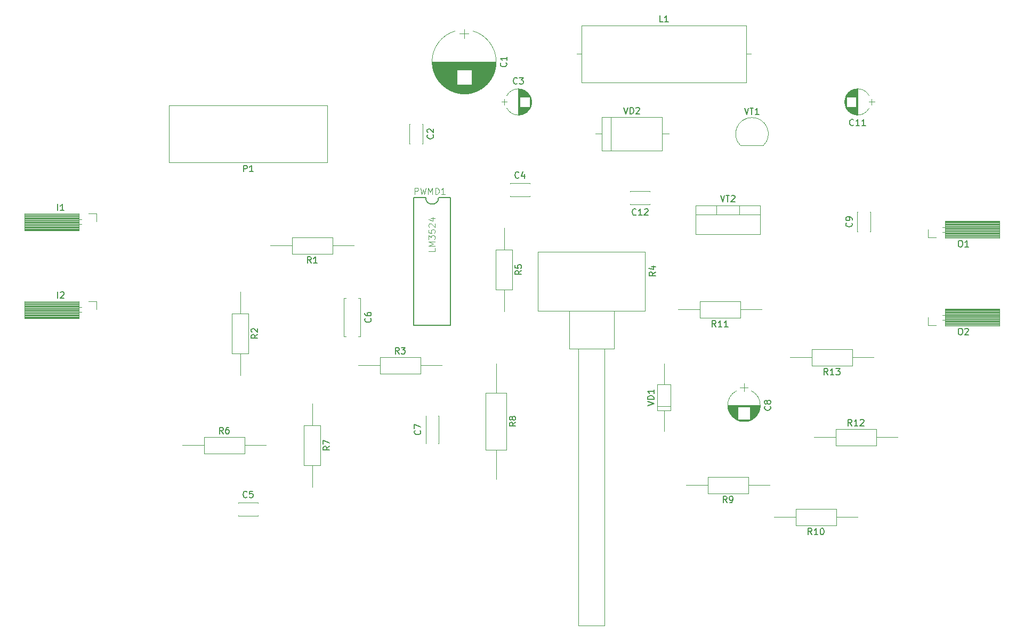
<source format=gbr>
G04 #@! TF.FileFunction,Legend,Top*
%FSLAX46Y46*%
G04 Gerber Fmt 4.6, Leading zero omitted, Abs format (unit mm)*
G04 Created by KiCad (PCBNEW 4.0.7) date 10/05/18 10:25:31*
%MOMM*%
%LPD*%
G01*
G04 APERTURE LIST*
%ADD10C,0.100000*%
%ADD11C,0.120000*%
%ADD12C,0.152400*%
%ADD13C,0.150000*%
%ADD14C,0.050000*%
G04 APERTURE END LIST*
D10*
D11*
X130923264Y-55658437D02*
G75*
G03X130920000Y-45860643I-1383264J4898437D01*
G01*
X128156736Y-55658437D02*
G75*
G02X128160000Y-45860643I1383264J4898437D01*
G01*
X128156736Y-55658437D02*
G75*
G03X130920000Y-55659357I1383264J4898437D01*
G01*
X134590000Y-50760000D02*
X124490000Y-50760000D01*
X134590000Y-50800000D02*
X124490000Y-50800000D01*
X134590000Y-50840000D02*
X124490000Y-50840000D01*
X134589000Y-50880000D02*
X124491000Y-50880000D01*
X134588000Y-50920000D02*
X124492000Y-50920000D01*
X134587000Y-50960000D02*
X124493000Y-50960000D01*
X134585000Y-51000000D02*
X124495000Y-51000000D01*
X134583000Y-51040000D02*
X124497000Y-51040000D01*
X134580000Y-51080000D02*
X124500000Y-51080000D01*
X134578000Y-51120000D02*
X124502000Y-51120000D01*
X134575000Y-51160000D02*
X124505000Y-51160000D01*
X134571000Y-51200000D02*
X124509000Y-51200000D01*
X134568000Y-51240000D02*
X124512000Y-51240000D01*
X134564000Y-51280000D02*
X124516000Y-51280000D01*
X134560000Y-51320000D02*
X124520000Y-51320000D01*
X134555000Y-51360000D02*
X124525000Y-51360000D01*
X134550000Y-51400000D02*
X124530000Y-51400000D01*
X134545000Y-51440000D02*
X124535000Y-51440000D01*
X134539000Y-51481000D02*
X124541000Y-51481000D01*
X134533000Y-51521000D02*
X124547000Y-51521000D01*
X134527000Y-51561000D02*
X124553000Y-51561000D01*
X134521000Y-51601000D02*
X124559000Y-51601000D01*
X134514000Y-51641000D02*
X124566000Y-51641000D01*
X134507000Y-51681000D02*
X124573000Y-51681000D01*
X134499000Y-51721000D02*
X124581000Y-51721000D01*
X134491000Y-51761000D02*
X124589000Y-51761000D01*
X134483000Y-51801000D02*
X124597000Y-51801000D01*
X134475000Y-51841000D02*
X124605000Y-51841000D01*
X134466000Y-51881000D02*
X124614000Y-51881000D01*
X134457000Y-51921000D02*
X124623000Y-51921000D01*
X134447000Y-51961000D02*
X124633000Y-51961000D01*
X134437000Y-52001000D02*
X124643000Y-52001000D01*
X134427000Y-52041000D02*
X124653000Y-52041000D01*
X134416000Y-52081000D02*
X130721000Y-52081000D01*
X128359000Y-52081000D02*
X124664000Y-52081000D01*
X134405000Y-52121000D02*
X130721000Y-52121000D01*
X128359000Y-52121000D02*
X124675000Y-52121000D01*
X134394000Y-52161000D02*
X130721000Y-52161000D01*
X128359000Y-52161000D02*
X124686000Y-52161000D01*
X134383000Y-52201000D02*
X130721000Y-52201000D01*
X128359000Y-52201000D02*
X124697000Y-52201000D01*
X134371000Y-52241000D02*
X130721000Y-52241000D01*
X128359000Y-52241000D02*
X124709000Y-52241000D01*
X134358000Y-52281000D02*
X130721000Y-52281000D01*
X128359000Y-52281000D02*
X124722000Y-52281000D01*
X134346000Y-52321000D02*
X130721000Y-52321000D01*
X128359000Y-52321000D02*
X124734000Y-52321000D01*
X134332000Y-52361000D02*
X130721000Y-52361000D01*
X128359000Y-52361000D02*
X124748000Y-52361000D01*
X134319000Y-52401000D02*
X130721000Y-52401000D01*
X128359000Y-52401000D02*
X124761000Y-52401000D01*
X134305000Y-52441000D02*
X130721000Y-52441000D01*
X128359000Y-52441000D02*
X124775000Y-52441000D01*
X134291000Y-52481000D02*
X130721000Y-52481000D01*
X128359000Y-52481000D02*
X124789000Y-52481000D01*
X134277000Y-52521000D02*
X130721000Y-52521000D01*
X128359000Y-52521000D02*
X124803000Y-52521000D01*
X134262000Y-52561000D02*
X130721000Y-52561000D01*
X128359000Y-52561000D02*
X124818000Y-52561000D01*
X134246000Y-52601000D02*
X130721000Y-52601000D01*
X128359000Y-52601000D02*
X124834000Y-52601000D01*
X134231000Y-52641000D02*
X130721000Y-52641000D01*
X128359000Y-52641000D02*
X124849000Y-52641000D01*
X134214000Y-52681000D02*
X130721000Y-52681000D01*
X128359000Y-52681000D02*
X124866000Y-52681000D01*
X134198000Y-52721000D02*
X130721000Y-52721000D01*
X128359000Y-52721000D02*
X124882000Y-52721000D01*
X134181000Y-52761000D02*
X130721000Y-52761000D01*
X128359000Y-52761000D02*
X124899000Y-52761000D01*
X134164000Y-52801000D02*
X130721000Y-52801000D01*
X128359000Y-52801000D02*
X124916000Y-52801000D01*
X134146000Y-52841000D02*
X130721000Y-52841000D01*
X128359000Y-52841000D02*
X124934000Y-52841000D01*
X134128000Y-52881000D02*
X130721000Y-52881000D01*
X128359000Y-52881000D02*
X124952000Y-52881000D01*
X134109000Y-52921000D02*
X130721000Y-52921000D01*
X128359000Y-52921000D02*
X124971000Y-52921000D01*
X134090000Y-52961000D02*
X130721000Y-52961000D01*
X128359000Y-52961000D02*
X124990000Y-52961000D01*
X134071000Y-53001000D02*
X130721000Y-53001000D01*
X128359000Y-53001000D02*
X125009000Y-53001000D01*
X134051000Y-53041000D02*
X130721000Y-53041000D01*
X128359000Y-53041000D02*
X125029000Y-53041000D01*
X134031000Y-53081000D02*
X130721000Y-53081000D01*
X128359000Y-53081000D02*
X125049000Y-53081000D01*
X134010000Y-53121000D02*
X130721000Y-53121000D01*
X128359000Y-53121000D02*
X125070000Y-53121000D01*
X133989000Y-53161000D02*
X130721000Y-53161000D01*
X128359000Y-53161000D02*
X125091000Y-53161000D01*
X133968000Y-53201000D02*
X130721000Y-53201000D01*
X128359000Y-53201000D02*
X125112000Y-53201000D01*
X133945000Y-53241000D02*
X130721000Y-53241000D01*
X128359000Y-53241000D02*
X125135000Y-53241000D01*
X133923000Y-53281000D02*
X130721000Y-53281000D01*
X128359000Y-53281000D02*
X125157000Y-53281000D01*
X133900000Y-53321000D02*
X130721000Y-53321000D01*
X128359000Y-53321000D02*
X125180000Y-53321000D01*
X133876000Y-53361000D02*
X130721000Y-53361000D01*
X128359000Y-53361000D02*
X125204000Y-53361000D01*
X133852000Y-53401000D02*
X130721000Y-53401000D01*
X128359000Y-53401000D02*
X125228000Y-53401000D01*
X133828000Y-53441000D02*
X130721000Y-53441000D01*
X128359000Y-53441000D02*
X125252000Y-53441000D01*
X133803000Y-53481000D02*
X130721000Y-53481000D01*
X128359000Y-53481000D02*
X125277000Y-53481000D01*
X133777000Y-53521000D02*
X130721000Y-53521000D01*
X128359000Y-53521000D02*
X125303000Y-53521000D01*
X133751000Y-53561000D02*
X130721000Y-53561000D01*
X128359000Y-53561000D02*
X125329000Y-53561000D01*
X133725000Y-53601000D02*
X130721000Y-53601000D01*
X128359000Y-53601000D02*
X125355000Y-53601000D01*
X133697000Y-53641000D02*
X130721000Y-53641000D01*
X128359000Y-53641000D02*
X125383000Y-53641000D01*
X133670000Y-53681000D02*
X130721000Y-53681000D01*
X128359000Y-53681000D02*
X125410000Y-53681000D01*
X133641000Y-53721000D02*
X130721000Y-53721000D01*
X128359000Y-53721000D02*
X125439000Y-53721000D01*
X133612000Y-53761000D02*
X130721000Y-53761000D01*
X128359000Y-53761000D02*
X125468000Y-53761000D01*
X133583000Y-53801000D02*
X130721000Y-53801000D01*
X128359000Y-53801000D02*
X125497000Y-53801000D01*
X133553000Y-53841000D02*
X130721000Y-53841000D01*
X128359000Y-53841000D02*
X125527000Y-53841000D01*
X133522000Y-53881000D02*
X130721000Y-53881000D01*
X128359000Y-53881000D02*
X125558000Y-53881000D01*
X133491000Y-53921000D02*
X130721000Y-53921000D01*
X128359000Y-53921000D02*
X125589000Y-53921000D01*
X133459000Y-53961000D02*
X130721000Y-53961000D01*
X128359000Y-53961000D02*
X125621000Y-53961000D01*
X133426000Y-54001000D02*
X130721000Y-54001000D01*
X128359000Y-54001000D02*
X125654000Y-54001000D01*
X133393000Y-54041000D02*
X130721000Y-54041000D01*
X128359000Y-54041000D02*
X125687000Y-54041000D01*
X133359000Y-54081000D02*
X130721000Y-54081000D01*
X128359000Y-54081000D02*
X125721000Y-54081000D01*
X133324000Y-54121000D02*
X130721000Y-54121000D01*
X128359000Y-54121000D02*
X125756000Y-54121000D01*
X133288000Y-54161000D02*
X130721000Y-54161000D01*
X128359000Y-54161000D02*
X125792000Y-54161000D01*
X133252000Y-54201000D02*
X130721000Y-54201000D01*
X128359000Y-54201000D02*
X125828000Y-54201000D01*
X133215000Y-54241000D02*
X130721000Y-54241000D01*
X128359000Y-54241000D02*
X125865000Y-54241000D01*
X133177000Y-54281000D02*
X130721000Y-54281000D01*
X128359000Y-54281000D02*
X125903000Y-54281000D01*
X133138000Y-54321000D02*
X130721000Y-54321000D01*
X128359000Y-54321000D02*
X125942000Y-54321000D01*
X133099000Y-54361000D02*
X130721000Y-54361000D01*
X128359000Y-54361000D02*
X125981000Y-54361000D01*
X133058000Y-54401000D02*
X130721000Y-54401000D01*
X128359000Y-54401000D02*
X126022000Y-54401000D01*
X133017000Y-54441000D02*
X126063000Y-54441000D01*
X132975000Y-54481000D02*
X126105000Y-54481000D01*
X132931000Y-54521000D02*
X126149000Y-54521000D01*
X132887000Y-54561000D02*
X126193000Y-54561000D01*
X132842000Y-54601000D02*
X126238000Y-54601000D01*
X132795000Y-54641000D02*
X126285000Y-54641000D01*
X132747000Y-54681000D02*
X126333000Y-54681000D01*
X132698000Y-54721000D02*
X126382000Y-54721000D01*
X132648000Y-54761000D02*
X126432000Y-54761000D01*
X132597000Y-54801000D02*
X126483000Y-54801000D01*
X132544000Y-54841000D02*
X126536000Y-54841000D01*
X132489000Y-54881000D02*
X126591000Y-54881000D01*
X132434000Y-54921000D02*
X126646000Y-54921000D01*
X132376000Y-54961000D02*
X126704000Y-54961000D01*
X132317000Y-55001000D02*
X126763000Y-55001000D01*
X132255000Y-55041000D02*
X126825000Y-55041000D01*
X132192000Y-55081000D02*
X126888000Y-55081000D01*
X132127000Y-55121000D02*
X126953000Y-55121000D01*
X132059000Y-55161000D02*
X127021000Y-55161000D01*
X131989000Y-55201000D02*
X127091000Y-55201000D01*
X131917000Y-55241000D02*
X127163000Y-55241000D01*
X131841000Y-55281000D02*
X127239000Y-55281000D01*
X131762000Y-55321000D02*
X127318000Y-55321000D01*
X131680000Y-55361000D02*
X127400000Y-55361000D01*
X131593000Y-55401000D02*
X127487000Y-55401000D01*
X131502000Y-55441000D02*
X127578000Y-55441000D01*
X131406000Y-55481000D02*
X127674000Y-55481000D01*
X131303000Y-55521000D02*
X127777000Y-55521000D01*
X131194000Y-55561000D02*
X127886000Y-55561000D01*
X131076000Y-55601000D02*
X128004000Y-55601000D01*
X130947000Y-55641000D02*
X128133000Y-55641000D01*
X130805000Y-55681000D02*
X128275000Y-55681000D01*
X130644000Y-55721000D02*
X128436000Y-55721000D01*
X130453000Y-55761000D02*
X128627000Y-55761000D01*
X130212000Y-55801000D02*
X128868000Y-55801000D01*
X129819000Y-55841000D02*
X129261000Y-55841000D01*
X129540000Y-45560000D02*
X129540000Y-47060000D01*
X130290000Y-46310000D02*
X128790000Y-46310000D01*
X122980000Y-60650000D02*
X122980000Y-63770000D01*
X120860000Y-60650000D02*
X120860000Y-63770000D01*
X122980000Y-60650000D02*
X122916000Y-60650000D01*
X120924000Y-60650000D02*
X120860000Y-60650000D01*
X122980000Y-63770000D02*
X122916000Y-63770000D01*
X120924000Y-63770000D02*
X120860000Y-63770000D01*
X140006436Y-56170830D02*
G75*
G03X136314004Y-56170000I-1846436J-979170D01*
G01*
X140006436Y-58129170D02*
G75*
G02X136314004Y-58130000I-1846436J979170D01*
G01*
X140006436Y-58129170D02*
G75*
G03X140005996Y-56170000I-1846436J979170D01*
G01*
X138160000Y-55100000D02*
X138160000Y-59200000D01*
X138200000Y-55100000D02*
X138200000Y-59200000D01*
X138240000Y-55101000D02*
X138240000Y-59199000D01*
X138280000Y-55103000D02*
X138280000Y-59197000D01*
X138320000Y-55106000D02*
X138320000Y-59194000D01*
X138360000Y-55109000D02*
X138360000Y-59191000D01*
X138400000Y-55113000D02*
X138400000Y-56370000D01*
X138400000Y-57930000D02*
X138400000Y-59187000D01*
X138440000Y-55118000D02*
X138440000Y-56370000D01*
X138440000Y-57930000D02*
X138440000Y-59182000D01*
X138480000Y-55124000D02*
X138480000Y-56370000D01*
X138480000Y-57930000D02*
X138480000Y-59176000D01*
X138520000Y-55131000D02*
X138520000Y-56370000D01*
X138520000Y-57930000D02*
X138520000Y-59169000D01*
X138560000Y-55138000D02*
X138560000Y-56370000D01*
X138560000Y-57930000D02*
X138560000Y-59162000D01*
X138600000Y-55146000D02*
X138600000Y-56370000D01*
X138600000Y-57930000D02*
X138600000Y-59154000D01*
X138640000Y-55155000D02*
X138640000Y-56370000D01*
X138640000Y-57930000D02*
X138640000Y-59145000D01*
X138680000Y-55165000D02*
X138680000Y-56370000D01*
X138680000Y-57930000D02*
X138680000Y-59135000D01*
X138720000Y-55176000D02*
X138720000Y-56370000D01*
X138720000Y-57930000D02*
X138720000Y-59124000D01*
X138760000Y-55187000D02*
X138760000Y-56370000D01*
X138760000Y-57930000D02*
X138760000Y-59113000D01*
X138800000Y-55200000D02*
X138800000Y-56370000D01*
X138800000Y-57930000D02*
X138800000Y-59100000D01*
X138840000Y-55213000D02*
X138840000Y-56370000D01*
X138840000Y-57930000D02*
X138840000Y-59087000D01*
X138881000Y-55227000D02*
X138881000Y-56370000D01*
X138881000Y-57930000D02*
X138881000Y-59073000D01*
X138921000Y-55243000D02*
X138921000Y-56370000D01*
X138921000Y-57930000D02*
X138921000Y-59057000D01*
X138961000Y-55259000D02*
X138961000Y-56370000D01*
X138961000Y-57930000D02*
X138961000Y-59041000D01*
X139001000Y-55276000D02*
X139001000Y-56370000D01*
X139001000Y-57930000D02*
X139001000Y-59024000D01*
X139041000Y-55294000D02*
X139041000Y-56370000D01*
X139041000Y-57930000D02*
X139041000Y-59006000D01*
X139081000Y-55313000D02*
X139081000Y-56370000D01*
X139081000Y-57930000D02*
X139081000Y-58987000D01*
X139121000Y-55333000D02*
X139121000Y-56370000D01*
X139121000Y-57930000D02*
X139121000Y-58967000D01*
X139161000Y-55354000D02*
X139161000Y-56370000D01*
X139161000Y-57930000D02*
X139161000Y-58946000D01*
X139201000Y-55377000D02*
X139201000Y-56370000D01*
X139201000Y-57930000D02*
X139201000Y-58923000D01*
X139241000Y-55400000D02*
X139241000Y-56370000D01*
X139241000Y-57930000D02*
X139241000Y-58900000D01*
X139281000Y-55425000D02*
X139281000Y-56370000D01*
X139281000Y-57930000D02*
X139281000Y-58875000D01*
X139321000Y-55451000D02*
X139321000Y-56370000D01*
X139321000Y-57930000D02*
X139321000Y-58849000D01*
X139361000Y-55478000D02*
X139361000Y-56370000D01*
X139361000Y-57930000D02*
X139361000Y-58822000D01*
X139401000Y-55507000D02*
X139401000Y-56370000D01*
X139401000Y-57930000D02*
X139401000Y-58793000D01*
X139441000Y-55537000D02*
X139441000Y-56370000D01*
X139441000Y-57930000D02*
X139441000Y-58763000D01*
X139481000Y-55569000D02*
X139481000Y-56370000D01*
X139481000Y-57930000D02*
X139481000Y-58731000D01*
X139521000Y-55603000D02*
X139521000Y-56370000D01*
X139521000Y-57930000D02*
X139521000Y-58697000D01*
X139561000Y-55638000D02*
X139561000Y-56370000D01*
X139561000Y-57930000D02*
X139561000Y-58662000D01*
X139601000Y-55675000D02*
X139601000Y-56370000D01*
X139601000Y-57930000D02*
X139601000Y-58625000D01*
X139641000Y-55714000D02*
X139641000Y-56370000D01*
X139641000Y-57930000D02*
X139641000Y-58586000D01*
X139681000Y-55755000D02*
X139681000Y-56370000D01*
X139681000Y-57930000D02*
X139681000Y-58545000D01*
X139721000Y-55799000D02*
X139721000Y-56370000D01*
X139721000Y-57930000D02*
X139721000Y-58501000D01*
X139761000Y-55845000D02*
X139761000Y-56370000D01*
X139761000Y-57930000D02*
X139761000Y-58455000D01*
X139801000Y-55894000D02*
X139801000Y-56370000D01*
X139801000Y-57930000D02*
X139801000Y-58406000D01*
X139841000Y-55946000D02*
X139841000Y-56370000D01*
X139841000Y-57930000D02*
X139841000Y-58354000D01*
X139881000Y-56002000D02*
X139881000Y-56370000D01*
X139881000Y-57930000D02*
X139881000Y-58298000D01*
X139921000Y-56062000D02*
X139921000Y-56370000D01*
X139921000Y-57930000D02*
X139921000Y-58238000D01*
X139961000Y-56127000D02*
X139961000Y-58173000D01*
X140001000Y-56198000D02*
X140001000Y-58102000D01*
X140041000Y-56276000D02*
X140041000Y-58024000D01*
X140081000Y-56364000D02*
X140081000Y-57936000D01*
X140121000Y-56464000D02*
X140121000Y-57836000D01*
X140161000Y-56583000D02*
X140161000Y-57717000D01*
X140201000Y-56735000D02*
X140201000Y-57565000D01*
X140241000Y-56985000D02*
X140241000Y-57315000D01*
X135460000Y-57150000D02*
X136360000Y-57150000D01*
X135910000Y-56700000D02*
X135910000Y-57600000D01*
X136850000Y-70060000D02*
X139970000Y-70060000D01*
X136850000Y-72180000D02*
X139970000Y-72180000D01*
X136850000Y-70060000D02*
X136850000Y-70124000D01*
X136850000Y-72116000D02*
X136850000Y-72180000D01*
X139970000Y-70060000D02*
X139970000Y-70124000D01*
X139970000Y-72116000D02*
X139970000Y-72180000D01*
X93670000Y-120860000D02*
X96790000Y-120860000D01*
X93670000Y-122980000D02*
X96790000Y-122980000D01*
X93670000Y-120860000D02*
X93670000Y-120924000D01*
X93670000Y-122916000D02*
X93670000Y-122980000D01*
X96790000Y-120860000D02*
X96790000Y-120924000D01*
X96790000Y-122916000D02*
X96790000Y-122980000D01*
X113070000Y-88340000D02*
X113070000Y-94460000D01*
X110450000Y-88340000D02*
X110450000Y-94460000D01*
X113070000Y-88340000D02*
X112756000Y-88340000D01*
X110764000Y-88340000D02*
X110450000Y-88340000D01*
X113070000Y-94460000D02*
X112756000Y-94460000D01*
X110764000Y-94460000D02*
X110450000Y-94460000D01*
X123450000Y-111470000D02*
X123450000Y-107050000D01*
X125470000Y-111470000D02*
X125470000Y-107050000D01*
X123450000Y-111470000D02*
X123464000Y-111470000D01*
X125456000Y-111470000D02*
X125470000Y-111470000D01*
X123450000Y-107050000D02*
X123464000Y-107050000D01*
X125456000Y-107050000D02*
X125470000Y-107050000D01*
X175169723Y-107695722D02*
G75*
G03X175170000Y-103084420I-1179723J2305722D01*
G01*
X172810277Y-107695722D02*
G75*
G02X172810000Y-103084420I1179723J2305722D01*
G01*
X172810277Y-107695722D02*
G75*
G03X175170000Y-107695580I1179723J2305722D01*
G01*
X176540000Y-105390000D02*
X171440000Y-105390000D01*
X176540000Y-105430000D02*
X171440000Y-105430000D01*
X176539000Y-105470000D02*
X171441000Y-105470000D01*
X176538000Y-105510000D02*
X171442000Y-105510000D01*
X176536000Y-105550000D02*
X171444000Y-105550000D01*
X176533000Y-105590000D02*
X171447000Y-105590000D01*
X176529000Y-105630000D02*
X171451000Y-105630000D01*
X176525000Y-105670000D02*
X174970000Y-105670000D01*
X173010000Y-105670000D02*
X171455000Y-105670000D01*
X176521000Y-105710000D02*
X174970000Y-105710000D01*
X173010000Y-105710000D02*
X171459000Y-105710000D01*
X176515000Y-105750000D02*
X174970000Y-105750000D01*
X173010000Y-105750000D02*
X171465000Y-105750000D01*
X176509000Y-105790000D02*
X174970000Y-105790000D01*
X173010000Y-105790000D02*
X171471000Y-105790000D01*
X176503000Y-105830000D02*
X174970000Y-105830000D01*
X173010000Y-105830000D02*
X171477000Y-105830000D01*
X176496000Y-105870000D02*
X174970000Y-105870000D01*
X173010000Y-105870000D02*
X171484000Y-105870000D01*
X176488000Y-105910000D02*
X174970000Y-105910000D01*
X173010000Y-105910000D02*
X171492000Y-105910000D01*
X176479000Y-105950000D02*
X174970000Y-105950000D01*
X173010000Y-105950000D02*
X171501000Y-105950000D01*
X176470000Y-105990000D02*
X174970000Y-105990000D01*
X173010000Y-105990000D02*
X171510000Y-105990000D01*
X176460000Y-106030000D02*
X174970000Y-106030000D01*
X173010000Y-106030000D02*
X171520000Y-106030000D01*
X176450000Y-106070000D02*
X174970000Y-106070000D01*
X173010000Y-106070000D02*
X171530000Y-106070000D01*
X176438000Y-106111000D02*
X174970000Y-106111000D01*
X173010000Y-106111000D02*
X171542000Y-106111000D01*
X176426000Y-106151000D02*
X174970000Y-106151000D01*
X173010000Y-106151000D02*
X171554000Y-106151000D01*
X176414000Y-106191000D02*
X174970000Y-106191000D01*
X173010000Y-106191000D02*
X171566000Y-106191000D01*
X176400000Y-106231000D02*
X174970000Y-106231000D01*
X173010000Y-106231000D02*
X171580000Y-106231000D01*
X176386000Y-106271000D02*
X174970000Y-106271000D01*
X173010000Y-106271000D02*
X171594000Y-106271000D01*
X176372000Y-106311000D02*
X174970000Y-106311000D01*
X173010000Y-106311000D02*
X171608000Y-106311000D01*
X176356000Y-106351000D02*
X174970000Y-106351000D01*
X173010000Y-106351000D02*
X171624000Y-106351000D01*
X176340000Y-106391000D02*
X174970000Y-106391000D01*
X173010000Y-106391000D02*
X171640000Y-106391000D01*
X176323000Y-106431000D02*
X174970000Y-106431000D01*
X173010000Y-106431000D02*
X171657000Y-106431000D01*
X176305000Y-106471000D02*
X174970000Y-106471000D01*
X173010000Y-106471000D02*
X171675000Y-106471000D01*
X176286000Y-106511000D02*
X174970000Y-106511000D01*
X173010000Y-106511000D02*
X171694000Y-106511000D01*
X176266000Y-106551000D02*
X174970000Y-106551000D01*
X173010000Y-106551000D02*
X171714000Y-106551000D01*
X176246000Y-106591000D02*
X174970000Y-106591000D01*
X173010000Y-106591000D02*
X171734000Y-106591000D01*
X176224000Y-106631000D02*
X174970000Y-106631000D01*
X173010000Y-106631000D02*
X171756000Y-106631000D01*
X176202000Y-106671000D02*
X174970000Y-106671000D01*
X173010000Y-106671000D02*
X171778000Y-106671000D01*
X176179000Y-106711000D02*
X174970000Y-106711000D01*
X173010000Y-106711000D02*
X171801000Y-106711000D01*
X176155000Y-106751000D02*
X174970000Y-106751000D01*
X173010000Y-106751000D02*
X171825000Y-106751000D01*
X176130000Y-106791000D02*
X174970000Y-106791000D01*
X173010000Y-106791000D02*
X171850000Y-106791000D01*
X176103000Y-106831000D02*
X174970000Y-106831000D01*
X173010000Y-106831000D02*
X171877000Y-106831000D01*
X176076000Y-106871000D02*
X174970000Y-106871000D01*
X173010000Y-106871000D02*
X171904000Y-106871000D01*
X176048000Y-106911000D02*
X174970000Y-106911000D01*
X173010000Y-106911000D02*
X171932000Y-106911000D01*
X176018000Y-106951000D02*
X174970000Y-106951000D01*
X173010000Y-106951000D02*
X171962000Y-106951000D01*
X175987000Y-106991000D02*
X174970000Y-106991000D01*
X173010000Y-106991000D02*
X171993000Y-106991000D01*
X175955000Y-107031000D02*
X174970000Y-107031000D01*
X173010000Y-107031000D02*
X172025000Y-107031000D01*
X175922000Y-107071000D02*
X174970000Y-107071000D01*
X173010000Y-107071000D02*
X172058000Y-107071000D01*
X175887000Y-107111000D02*
X174970000Y-107111000D01*
X173010000Y-107111000D02*
X172093000Y-107111000D01*
X175851000Y-107151000D02*
X174970000Y-107151000D01*
X173010000Y-107151000D02*
X172129000Y-107151000D01*
X175813000Y-107191000D02*
X174970000Y-107191000D01*
X173010000Y-107191000D02*
X172167000Y-107191000D01*
X175773000Y-107231000D02*
X174970000Y-107231000D01*
X173010000Y-107231000D02*
X172207000Y-107231000D01*
X175732000Y-107271000D02*
X174970000Y-107271000D01*
X173010000Y-107271000D02*
X172248000Y-107271000D01*
X175689000Y-107311000D02*
X174970000Y-107311000D01*
X173010000Y-107311000D02*
X172291000Y-107311000D01*
X175644000Y-107351000D02*
X174970000Y-107351000D01*
X173010000Y-107351000D02*
X172336000Y-107351000D01*
X175596000Y-107391000D02*
X174970000Y-107391000D01*
X173010000Y-107391000D02*
X172384000Y-107391000D01*
X175546000Y-107431000D02*
X174970000Y-107431000D01*
X173010000Y-107431000D02*
X172434000Y-107431000D01*
X175494000Y-107471000D02*
X174970000Y-107471000D01*
X173010000Y-107471000D02*
X172486000Y-107471000D01*
X175438000Y-107511000D02*
X174970000Y-107511000D01*
X173010000Y-107511000D02*
X172542000Y-107511000D01*
X175380000Y-107551000D02*
X174970000Y-107551000D01*
X173010000Y-107551000D02*
X172600000Y-107551000D01*
X175317000Y-107591000D02*
X174970000Y-107591000D01*
X173010000Y-107591000D02*
X172663000Y-107591000D01*
X175251000Y-107631000D02*
X172729000Y-107631000D01*
X175179000Y-107671000D02*
X172801000Y-107671000D01*
X175102000Y-107711000D02*
X172878000Y-107711000D01*
X175018000Y-107751000D02*
X172962000Y-107751000D01*
X174924000Y-107791000D02*
X173056000Y-107791000D01*
X174819000Y-107831000D02*
X173161000Y-107831000D01*
X174697000Y-107871000D02*
X173283000Y-107871000D01*
X174549000Y-107911000D02*
X173431000Y-107911000D01*
X174344000Y-107951000D02*
X173636000Y-107951000D01*
X173990000Y-101940000D02*
X173990000Y-103140000D01*
X174640000Y-102540000D02*
X173340000Y-102540000D01*
X191980000Y-77780000D02*
X191980000Y-74660000D01*
X194100000Y-77780000D02*
X194100000Y-74660000D01*
X191980000Y-77780000D02*
X192044000Y-77780000D01*
X194036000Y-77780000D02*
X194100000Y-77780000D01*
X191980000Y-74660000D02*
X192044000Y-74660000D01*
X194036000Y-74660000D02*
X194100000Y-74660000D01*
X190193564Y-58129170D02*
G75*
G03X193885996Y-58130000I1846436J979170D01*
G01*
X190193564Y-56170830D02*
G75*
G02X193885996Y-56170000I1846436J-979170D01*
G01*
X190193564Y-56170830D02*
G75*
G03X190194004Y-58130000I1846436J-979170D01*
G01*
X192040000Y-59200000D02*
X192040000Y-55100000D01*
X192000000Y-59200000D02*
X192000000Y-55100000D01*
X191960000Y-59199000D02*
X191960000Y-55101000D01*
X191920000Y-59197000D02*
X191920000Y-55103000D01*
X191880000Y-59194000D02*
X191880000Y-55106000D01*
X191840000Y-59191000D02*
X191840000Y-55109000D01*
X191800000Y-59187000D02*
X191800000Y-57930000D01*
X191800000Y-56370000D02*
X191800000Y-55113000D01*
X191760000Y-59182000D02*
X191760000Y-57930000D01*
X191760000Y-56370000D02*
X191760000Y-55118000D01*
X191720000Y-59176000D02*
X191720000Y-57930000D01*
X191720000Y-56370000D02*
X191720000Y-55124000D01*
X191680000Y-59169000D02*
X191680000Y-57930000D01*
X191680000Y-56370000D02*
X191680000Y-55131000D01*
X191640000Y-59162000D02*
X191640000Y-57930000D01*
X191640000Y-56370000D02*
X191640000Y-55138000D01*
X191600000Y-59154000D02*
X191600000Y-57930000D01*
X191600000Y-56370000D02*
X191600000Y-55146000D01*
X191560000Y-59145000D02*
X191560000Y-57930000D01*
X191560000Y-56370000D02*
X191560000Y-55155000D01*
X191520000Y-59135000D02*
X191520000Y-57930000D01*
X191520000Y-56370000D02*
X191520000Y-55165000D01*
X191480000Y-59124000D02*
X191480000Y-57930000D01*
X191480000Y-56370000D02*
X191480000Y-55176000D01*
X191440000Y-59113000D02*
X191440000Y-57930000D01*
X191440000Y-56370000D02*
X191440000Y-55187000D01*
X191400000Y-59100000D02*
X191400000Y-57930000D01*
X191400000Y-56370000D02*
X191400000Y-55200000D01*
X191360000Y-59087000D02*
X191360000Y-57930000D01*
X191360000Y-56370000D02*
X191360000Y-55213000D01*
X191319000Y-59073000D02*
X191319000Y-57930000D01*
X191319000Y-56370000D02*
X191319000Y-55227000D01*
X191279000Y-59057000D02*
X191279000Y-57930000D01*
X191279000Y-56370000D02*
X191279000Y-55243000D01*
X191239000Y-59041000D02*
X191239000Y-57930000D01*
X191239000Y-56370000D02*
X191239000Y-55259000D01*
X191199000Y-59024000D02*
X191199000Y-57930000D01*
X191199000Y-56370000D02*
X191199000Y-55276000D01*
X191159000Y-59006000D02*
X191159000Y-57930000D01*
X191159000Y-56370000D02*
X191159000Y-55294000D01*
X191119000Y-58987000D02*
X191119000Y-57930000D01*
X191119000Y-56370000D02*
X191119000Y-55313000D01*
X191079000Y-58967000D02*
X191079000Y-57930000D01*
X191079000Y-56370000D02*
X191079000Y-55333000D01*
X191039000Y-58946000D02*
X191039000Y-57930000D01*
X191039000Y-56370000D02*
X191039000Y-55354000D01*
X190999000Y-58923000D02*
X190999000Y-57930000D01*
X190999000Y-56370000D02*
X190999000Y-55377000D01*
X190959000Y-58900000D02*
X190959000Y-57930000D01*
X190959000Y-56370000D02*
X190959000Y-55400000D01*
X190919000Y-58875000D02*
X190919000Y-57930000D01*
X190919000Y-56370000D02*
X190919000Y-55425000D01*
X190879000Y-58849000D02*
X190879000Y-57930000D01*
X190879000Y-56370000D02*
X190879000Y-55451000D01*
X190839000Y-58822000D02*
X190839000Y-57930000D01*
X190839000Y-56370000D02*
X190839000Y-55478000D01*
X190799000Y-58793000D02*
X190799000Y-57930000D01*
X190799000Y-56370000D02*
X190799000Y-55507000D01*
X190759000Y-58763000D02*
X190759000Y-57930000D01*
X190759000Y-56370000D02*
X190759000Y-55537000D01*
X190719000Y-58731000D02*
X190719000Y-57930000D01*
X190719000Y-56370000D02*
X190719000Y-55569000D01*
X190679000Y-58697000D02*
X190679000Y-57930000D01*
X190679000Y-56370000D02*
X190679000Y-55603000D01*
X190639000Y-58662000D02*
X190639000Y-57930000D01*
X190639000Y-56370000D02*
X190639000Y-55638000D01*
X190599000Y-58625000D02*
X190599000Y-57930000D01*
X190599000Y-56370000D02*
X190599000Y-55675000D01*
X190559000Y-58586000D02*
X190559000Y-57930000D01*
X190559000Y-56370000D02*
X190559000Y-55714000D01*
X190519000Y-58545000D02*
X190519000Y-57930000D01*
X190519000Y-56370000D02*
X190519000Y-55755000D01*
X190479000Y-58501000D02*
X190479000Y-57930000D01*
X190479000Y-56370000D02*
X190479000Y-55799000D01*
X190439000Y-58455000D02*
X190439000Y-57930000D01*
X190439000Y-56370000D02*
X190439000Y-55845000D01*
X190399000Y-58406000D02*
X190399000Y-57930000D01*
X190399000Y-56370000D02*
X190399000Y-55894000D01*
X190359000Y-58354000D02*
X190359000Y-57930000D01*
X190359000Y-56370000D02*
X190359000Y-55946000D01*
X190319000Y-58298000D02*
X190319000Y-57930000D01*
X190319000Y-56370000D02*
X190319000Y-56002000D01*
X190279000Y-58238000D02*
X190279000Y-57930000D01*
X190279000Y-56370000D02*
X190279000Y-56062000D01*
X190239000Y-58173000D02*
X190239000Y-56127000D01*
X190199000Y-58102000D02*
X190199000Y-56198000D01*
X190159000Y-58024000D02*
X190159000Y-56276000D01*
X190119000Y-57936000D02*
X190119000Y-56364000D01*
X190079000Y-57836000D02*
X190079000Y-56464000D01*
X190039000Y-57717000D02*
X190039000Y-56583000D01*
X189999000Y-57565000D02*
X189999000Y-56735000D01*
X189959000Y-57315000D02*
X189959000Y-56985000D01*
X194740000Y-57150000D02*
X193840000Y-57150000D01*
X194290000Y-57600000D02*
X194290000Y-56700000D01*
X159060000Y-73450000D02*
X155940000Y-73450000D01*
X159060000Y-71330000D02*
X155940000Y-71330000D01*
X159060000Y-73450000D02*
X159060000Y-73386000D01*
X159060000Y-71394000D02*
X159060000Y-71330000D01*
X155940000Y-73450000D02*
X155940000Y-73386000D01*
X155940000Y-71394000D02*
X155940000Y-71330000D01*
X68390000Y-74870000D02*
X68390000Y-77530000D01*
X68390000Y-77530000D02*
X59760000Y-77530000D01*
X59760000Y-77530000D02*
X59760000Y-74870000D01*
X59760000Y-74870000D02*
X68390000Y-74870000D01*
X68390000Y-74870000D02*
X68390000Y-77470000D01*
X68390000Y-77470000D02*
X59760000Y-77470000D01*
X59760000Y-77470000D02*
X59760000Y-74870000D01*
X59760000Y-74870000D02*
X68390000Y-74870000D01*
X68820000Y-75820000D02*
X68390000Y-75820000D01*
X68820000Y-76580000D02*
X68390000Y-76580000D01*
X68390000Y-75050000D02*
X59760000Y-75050000D01*
X68390000Y-75170000D02*
X59760000Y-75170000D01*
X68390000Y-75290000D02*
X59760000Y-75290000D01*
X68390000Y-75410000D02*
X59760000Y-75410000D01*
X68390000Y-75530000D02*
X59760000Y-75530000D01*
X68390000Y-75650000D02*
X59760000Y-75650000D01*
X68390000Y-75770000D02*
X59760000Y-75770000D01*
X68390000Y-75890000D02*
X59760000Y-75890000D01*
X68390000Y-76010000D02*
X59760000Y-76010000D01*
X68390000Y-76130000D02*
X59760000Y-76130000D01*
X68390000Y-76250000D02*
X59760000Y-76250000D01*
X68390000Y-76370000D02*
X59760000Y-76370000D01*
X68390000Y-76490000D02*
X59760000Y-76490000D01*
X68390000Y-76610000D02*
X59760000Y-76610000D01*
X68390000Y-76730000D02*
X59760000Y-76730000D01*
X68390000Y-76850000D02*
X59760000Y-76850000D01*
X68390000Y-76970000D02*
X59760000Y-76970000D01*
X68390000Y-77090000D02*
X59760000Y-77090000D01*
X68390000Y-77210000D02*
X59760000Y-77210000D01*
X68390000Y-77330000D02*
X59760000Y-77330000D01*
X68390000Y-77450000D02*
X59760000Y-77450000D01*
X68390000Y-77570000D02*
X59760000Y-77570000D01*
X69850000Y-74930000D02*
X71120000Y-74930000D01*
X71120000Y-74930000D02*
X71120000Y-76200000D01*
X68390000Y-88840000D02*
X68390000Y-91500000D01*
X68390000Y-91500000D02*
X59760000Y-91500000D01*
X59760000Y-91500000D02*
X59760000Y-88840000D01*
X59760000Y-88840000D02*
X68390000Y-88840000D01*
X68390000Y-88840000D02*
X68390000Y-91440000D01*
X68390000Y-91440000D02*
X59760000Y-91440000D01*
X59760000Y-91440000D02*
X59760000Y-88840000D01*
X59760000Y-88840000D02*
X68390000Y-88840000D01*
X68820000Y-89790000D02*
X68390000Y-89790000D01*
X68820000Y-90550000D02*
X68390000Y-90550000D01*
X68390000Y-89020000D02*
X59760000Y-89020000D01*
X68390000Y-89140000D02*
X59760000Y-89140000D01*
X68390000Y-89260000D02*
X59760000Y-89260000D01*
X68390000Y-89380000D02*
X59760000Y-89380000D01*
X68390000Y-89500000D02*
X59760000Y-89500000D01*
X68390000Y-89620000D02*
X59760000Y-89620000D01*
X68390000Y-89740000D02*
X59760000Y-89740000D01*
X68390000Y-89860000D02*
X59760000Y-89860000D01*
X68390000Y-89980000D02*
X59760000Y-89980000D01*
X68390000Y-90100000D02*
X59760000Y-90100000D01*
X68390000Y-90220000D02*
X59760000Y-90220000D01*
X68390000Y-90340000D02*
X59760000Y-90340000D01*
X68390000Y-90460000D02*
X59760000Y-90460000D01*
X68390000Y-90580000D02*
X59760000Y-90580000D01*
X68390000Y-90700000D02*
X59760000Y-90700000D01*
X68390000Y-90820000D02*
X59760000Y-90820000D01*
X68390000Y-90940000D02*
X59760000Y-90940000D01*
X68390000Y-91060000D02*
X59760000Y-91060000D01*
X68390000Y-91180000D02*
X59760000Y-91180000D01*
X68390000Y-91300000D02*
X59760000Y-91300000D01*
X68390000Y-91420000D02*
X59760000Y-91420000D01*
X68390000Y-91540000D02*
X59760000Y-91540000D01*
X69850000Y-88900000D02*
X71120000Y-88900000D01*
X71120000Y-88900000D02*
X71120000Y-90170000D01*
X148230000Y-44970000D02*
X148230000Y-54090000D01*
X148230000Y-54090000D02*
X174350000Y-54090000D01*
X174350000Y-54090000D02*
X174350000Y-44970000D01*
X174350000Y-44970000D02*
X148230000Y-44970000D01*
X147430000Y-49530000D02*
X148230000Y-49530000D01*
X175150000Y-49530000D02*
X174350000Y-49530000D01*
X205930000Y-78800000D02*
X205930000Y-76140000D01*
X205930000Y-76140000D02*
X214560000Y-76140000D01*
X214560000Y-76140000D02*
X214560000Y-78800000D01*
X214560000Y-78800000D02*
X205930000Y-78800000D01*
X205930000Y-78800000D02*
X205930000Y-76200000D01*
X205930000Y-76200000D02*
X214560000Y-76200000D01*
X214560000Y-76200000D02*
X214560000Y-78800000D01*
X214560000Y-78800000D02*
X205930000Y-78800000D01*
X205500000Y-77850000D02*
X205930000Y-77850000D01*
X205500000Y-77090000D02*
X205930000Y-77090000D01*
X205930000Y-78620000D02*
X214560000Y-78620000D01*
X205930000Y-78500000D02*
X214560000Y-78500000D01*
X205930000Y-78380000D02*
X214560000Y-78380000D01*
X205930000Y-78260000D02*
X214560000Y-78260000D01*
X205930000Y-78140000D02*
X214560000Y-78140000D01*
X205930000Y-78020000D02*
X214560000Y-78020000D01*
X205930000Y-77900000D02*
X214560000Y-77900000D01*
X205930000Y-77780000D02*
X214560000Y-77780000D01*
X205930000Y-77660000D02*
X214560000Y-77660000D01*
X205930000Y-77540000D02*
X214560000Y-77540000D01*
X205930000Y-77420000D02*
X214560000Y-77420000D01*
X205930000Y-77300000D02*
X214560000Y-77300000D01*
X205930000Y-77180000D02*
X214560000Y-77180000D01*
X205930000Y-77060000D02*
X214560000Y-77060000D01*
X205930000Y-76940000D02*
X214560000Y-76940000D01*
X205930000Y-76820000D02*
X214560000Y-76820000D01*
X205930000Y-76700000D02*
X214560000Y-76700000D01*
X205930000Y-76580000D02*
X214560000Y-76580000D01*
X205930000Y-76460000D02*
X214560000Y-76460000D01*
X205930000Y-76340000D02*
X214560000Y-76340000D01*
X205930000Y-76220000D02*
X214560000Y-76220000D01*
X205930000Y-76100000D02*
X214560000Y-76100000D01*
X204470000Y-78740000D02*
X203200000Y-78740000D01*
X203200000Y-78740000D02*
X203200000Y-77470000D01*
X205930000Y-92770000D02*
X205930000Y-90110000D01*
X205930000Y-90110000D02*
X214560000Y-90110000D01*
X214560000Y-90110000D02*
X214560000Y-92770000D01*
X214560000Y-92770000D02*
X205930000Y-92770000D01*
X205930000Y-92770000D02*
X205930000Y-90170000D01*
X205930000Y-90170000D02*
X214560000Y-90170000D01*
X214560000Y-90170000D02*
X214560000Y-92770000D01*
X214560000Y-92770000D02*
X205930000Y-92770000D01*
X205500000Y-91820000D02*
X205930000Y-91820000D01*
X205500000Y-91060000D02*
X205930000Y-91060000D01*
X205930000Y-92590000D02*
X214560000Y-92590000D01*
X205930000Y-92470000D02*
X214560000Y-92470000D01*
X205930000Y-92350000D02*
X214560000Y-92350000D01*
X205930000Y-92230000D02*
X214560000Y-92230000D01*
X205930000Y-92110000D02*
X214560000Y-92110000D01*
X205930000Y-91990000D02*
X214560000Y-91990000D01*
X205930000Y-91870000D02*
X214560000Y-91870000D01*
X205930000Y-91750000D02*
X214560000Y-91750000D01*
X205930000Y-91630000D02*
X214560000Y-91630000D01*
X205930000Y-91510000D02*
X214560000Y-91510000D01*
X205930000Y-91390000D02*
X214560000Y-91390000D01*
X205930000Y-91270000D02*
X214560000Y-91270000D01*
X205930000Y-91150000D02*
X214560000Y-91150000D01*
X205930000Y-91030000D02*
X214560000Y-91030000D01*
X205930000Y-90910000D02*
X214560000Y-90910000D01*
X205930000Y-90790000D02*
X214560000Y-90790000D01*
X205930000Y-90670000D02*
X214560000Y-90670000D01*
X205930000Y-90550000D02*
X214560000Y-90550000D01*
X205930000Y-90430000D02*
X214560000Y-90430000D01*
X205930000Y-90310000D02*
X214560000Y-90310000D01*
X205930000Y-90190000D02*
X214560000Y-90190000D01*
X205930000Y-90070000D02*
X214560000Y-90070000D01*
X204470000Y-92710000D02*
X203200000Y-92710000D01*
X203200000Y-92710000D02*
X203200000Y-91440000D01*
X107810000Y-66790000D02*
X107810000Y-57670000D01*
X107810000Y-57670000D02*
X82690000Y-57670000D01*
X82690000Y-57670000D02*
X82690000Y-66790000D01*
X82690000Y-66790000D02*
X107810000Y-66790000D01*
X107840000Y-62230000D02*
X107810000Y-62230000D01*
X82660000Y-62230000D02*
X82690000Y-62230000D01*
D12*
X127381000Y-92710000D02*
X127381000Y-72390000D01*
X121539000Y-72390000D02*
X121539000Y-92710000D01*
X127381000Y-92710000D02*
X121539000Y-92710000D01*
X127381000Y-72390000D02*
X125476000Y-72390000D01*
X121539000Y-72390000D02*
X123444000Y-72390000D01*
X125476000Y-72390000D02*
G75*
G02X123444000Y-72390000I-1016000J0D01*
G01*
D11*
X108620000Y-81320000D02*
X108620000Y-78700000D01*
X108620000Y-78700000D02*
X102200000Y-78700000D01*
X102200000Y-78700000D02*
X102200000Y-81320000D01*
X102200000Y-81320000D02*
X108620000Y-81320000D01*
X112050000Y-80010000D02*
X108620000Y-80010000D01*
X98770000Y-80010000D02*
X102200000Y-80010000D01*
X95290000Y-90770000D02*
X92670000Y-90770000D01*
X92670000Y-90770000D02*
X92670000Y-97190000D01*
X92670000Y-97190000D02*
X95290000Y-97190000D01*
X95290000Y-97190000D02*
X95290000Y-90770000D01*
X93980000Y-87340000D02*
X93980000Y-90770000D01*
X93980000Y-100620000D02*
X93980000Y-97190000D01*
X116170000Y-97750000D02*
X116170000Y-100370000D01*
X116170000Y-100370000D02*
X122590000Y-100370000D01*
X122590000Y-100370000D02*
X122590000Y-97750000D01*
X122590000Y-97750000D02*
X116170000Y-97750000D01*
X112740000Y-99060000D02*
X116170000Y-99060000D01*
X126020000Y-99060000D02*
X122590000Y-99060000D01*
X158290000Y-80969000D02*
X158290000Y-90390000D01*
X141270000Y-80969000D02*
X141270000Y-90390000D01*
X158290000Y-80969000D02*
X141270000Y-80969000D01*
X158290000Y-90390000D02*
X141270000Y-90390000D01*
X153340000Y-90390000D02*
X153340000Y-96390000D01*
X146220000Y-90390000D02*
X146220000Y-96390000D01*
X153340000Y-90390000D02*
X146220000Y-90390000D01*
X153340000Y-96390000D02*
X146220000Y-96390000D01*
X151840000Y-96390000D02*
X151840000Y-140390000D01*
X147720000Y-96390000D02*
X147720000Y-140390000D01*
X151840000Y-96390000D02*
X147720000Y-96390000D01*
X151840000Y-140390000D02*
X147720000Y-140390000D01*
X137200000Y-80610000D02*
X134580000Y-80610000D01*
X134580000Y-80610000D02*
X134580000Y-87030000D01*
X134580000Y-87030000D02*
X137200000Y-87030000D01*
X137200000Y-87030000D02*
X137200000Y-80610000D01*
X135890000Y-77180000D02*
X135890000Y-80610000D01*
X135890000Y-90460000D02*
X135890000Y-87030000D01*
X88230000Y-110450000D02*
X88230000Y-113070000D01*
X88230000Y-113070000D02*
X94650000Y-113070000D01*
X94650000Y-113070000D02*
X94650000Y-110450000D01*
X94650000Y-110450000D02*
X88230000Y-110450000D01*
X84800000Y-111760000D02*
X88230000Y-111760000D01*
X98080000Y-111760000D02*
X94650000Y-111760000D01*
X106720000Y-108550000D02*
X104100000Y-108550000D01*
X104100000Y-108550000D02*
X104100000Y-114970000D01*
X104100000Y-114970000D02*
X106720000Y-114970000D01*
X106720000Y-114970000D02*
X106720000Y-108550000D01*
X105410000Y-105120000D02*
X105410000Y-108550000D01*
X105410000Y-118400000D02*
X105410000Y-114970000D01*
X136280000Y-103390000D02*
X132960000Y-103390000D01*
X132960000Y-103390000D02*
X132960000Y-112510000D01*
X132960000Y-112510000D02*
X136280000Y-112510000D01*
X136280000Y-112510000D02*
X136280000Y-103390000D01*
X134620000Y-98770000D02*
X134620000Y-103390000D01*
X134620000Y-117130000D02*
X134620000Y-112510000D01*
X174660000Y-119420000D02*
X174660000Y-116800000D01*
X174660000Y-116800000D02*
X168240000Y-116800000D01*
X168240000Y-116800000D02*
X168240000Y-119420000D01*
X168240000Y-119420000D02*
X174660000Y-119420000D01*
X178090000Y-118110000D02*
X174660000Y-118110000D01*
X164810000Y-118110000D02*
X168240000Y-118110000D01*
X188630000Y-124500000D02*
X188630000Y-121880000D01*
X188630000Y-121880000D02*
X182210000Y-121880000D01*
X182210000Y-121880000D02*
X182210000Y-124500000D01*
X182210000Y-124500000D02*
X188630000Y-124500000D01*
X192060000Y-123190000D02*
X188630000Y-123190000D01*
X178780000Y-123190000D02*
X182210000Y-123190000D01*
X173390000Y-91480000D02*
X173390000Y-88860000D01*
X173390000Y-88860000D02*
X166970000Y-88860000D01*
X166970000Y-88860000D02*
X166970000Y-91480000D01*
X166970000Y-91480000D02*
X173390000Y-91480000D01*
X176820000Y-90170000D02*
X173390000Y-90170000D01*
X163540000Y-90170000D02*
X166970000Y-90170000D01*
X188560000Y-109180000D02*
X188560000Y-111800000D01*
X188560000Y-111800000D02*
X194980000Y-111800000D01*
X194980000Y-111800000D02*
X194980000Y-109180000D01*
X194980000Y-109180000D02*
X188560000Y-109180000D01*
X185130000Y-110490000D02*
X188560000Y-110490000D01*
X198410000Y-110490000D02*
X194980000Y-110490000D01*
X191170000Y-99100000D02*
X191170000Y-96480000D01*
X191170000Y-96480000D02*
X184750000Y-96480000D01*
X184750000Y-96480000D02*
X184750000Y-99100000D01*
X184750000Y-99100000D02*
X191170000Y-99100000D01*
X194600000Y-97790000D02*
X191170000Y-97790000D01*
X181320000Y-97790000D02*
X184750000Y-97790000D01*
X160230000Y-106200000D02*
X162350000Y-106200000D01*
X162350000Y-106200000D02*
X162350000Y-102080000D01*
X162350000Y-102080000D02*
X160230000Y-102080000D01*
X160230000Y-102080000D02*
X160230000Y-106200000D01*
X161290000Y-109510000D02*
X161290000Y-106200000D01*
X161290000Y-98770000D02*
X161290000Y-102080000D01*
X160230000Y-105540000D02*
X162350000Y-105540000D01*
X151400000Y-59570000D02*
X151400000Y-64890000D01*
X151400000Y-64890000D02*
X161020000Y-64890000D01*
X161020000Y-64890000D02*
X161020000Y-59570000D01*
X161020000Y-59570000D02*
X151400000Y-59570000D01*
X150370000Y-62230000D02*
X151400000Y-62230000D01*
X162050000Y-62230000D02*
X161020000Y-62230000D01*
X152885000Y-59570000D02*
X152885000Y-64890000D01*
X173460000Y-64080000D02*
X177060000Y-64080000D01*
X173421522Y-64068478D02*
G75*
G02X175260000Y-59630000I1838478J1838478D01*
G01*
X177098478Y-64068478D02*
G75*
G03X175260000Y-59630000I-1838478J1838478D01*
G01*
X166330000Y-73580000D02*
X176570000Y-73580000D01*
X166330000Y-78221000D02*
X176570000Y-78221000D01*
X166330000Y-73580000D02*
X166330000Y-78221000D01*
X176570000Y-73580000D02*
X176570000Y-78221000D01*
X166330000Y-75090000D02*
X176570000Y-75090000D01*
X169600000Y-73580000D02*
X169600000Y-75090000D01*
X173301000Y-73580000D02*
X173301000Y-75090000D01*
D13*
X136207143Y-50926666D02*
X136254762Y-50974285D01*
X136302381Y-51117142D01*
X136302381Y-51212380D01*
X136254762Y-51355238D01*
X136159524Y-51450476D01*
X136064286Y-51498095D01*
X135873810Y-51545714D01*
X135730952Y-51545714D01*
X135540476Y-51498095D01*
X135445238Y-51450476D01*
X135350000Y-51355238D01*
X135302381Y-51212380D01*
X135302381Y-51117142D01*
X135350000Y-50974285D01*
X135397619Y-50926666D01*
X136302381Y-49974285D02*
X136302381Y-50545714D01*
X136302381Y-50260000D02*
X135302381Y-50260000D01*
X135445238Y-50355238D01*
X135540476Y-50450476D01*
X135588095Y-50545714D01*
X124587143Y-62376666D02*
X124634762Y-62424285D01*
X124682381Y-62567142D01*
X124682381Y-62662380D01*
X124634762Y-62805238D01*
X124539524Y-62900476D01*
X124444286Y-62948095D01*
X124253810Y-62995714D01*
X124110952Y-62995714D01*
X123920476Y-62948095D01*
X123825238Y-62900476D01*
X123730000Y-62805238D01*
X123682381Y-62662380D01*
X123682381Y-62567142D01*
X123730000Y-62424285D01*
X123777619Y-62376666D01*
X123777619Y-61995714D02*
X123730000Y-61948095D01*
X123682381Y-61852857D01*
X123682381Y-61614761D01*
X123730000Y-61519523D01*
X123777619Y-61471904D01*
X123872857Y-61424285D01*
X123968095Y-61424285D01*
X124110952Y-61471904D01*
X124682381Y-62043333D01*
X124682381Y-61424285D01*
X137993334Y-54197143D02*
X137945715Y-54244762D01*
X137802858Y-54292381D01*
X137707620Y-54292381D01*
X137564762Y-54244762D01*
X137469524Y-54149524D01*
X137421905Y-54054286D01*
X137374286Y-53863810D01*
X137374286Y-53720952D01*
X137421905Y-53530476D01*
X137469524Y-53435238D01*
X137564762Y-53340000D01*
X137707620Y-53292381D01*
X137802858Y-53292381D01*
X137945715Y-53340000D01*
X137993334Y-53387619D01*
X138326667Y-53292381D02*
X138945715Y-53292381D01*
X138612381Y-53673333D01*
X138755239Y-53673333D01*
X138850477Y-53720952D01*
X138898096Y-53768571D01*
X138945715Y-53863810D01*
X138945715Y-54101905D01*
X138898096Y-54197143D01*
X138850477Y-54244762D01*
X138755239Y-54292381D01*
X138469524Y-54292381D01*
X138374286Y-54244762D01*
X138326667Y-54197143D01*
X138243334Y-69167143D02*
X138195715Y-69214762D01*
X138052858Y-69262381D01*
X137957620Y-69262381D01*
X137814762Y-69214762D01*
X137719524Y-69119524D01*
X137671905Y-69024286D01*
X137624286Y-68833810D01*
X137624286Y-68690952D01*
X137671905Y-68500476D01*
X137719524Y-68405238D01*
X137814762Y-68310000D01*
X137957620Y-68262381D01*
X138052858Y-68262381D01*
X138195715Y-68310000D01*
X138243334Y-68357619D01*
X139100477Y-68595714D02*
X139100477Y-69262381D01*
X138862381Y-68214762D02*
X138624286Y-68929048D01*
X139243334Y-68929048D01*
X95063334Y-119967143D02*
X95015715Y-120014762D01*
X94872858Y-120062381D01*
X94777620Y-120062381D01*
X94634762Y-120014762D01*
X94539524Y-119919524D01*
X94491905Y-119824286D01*
X94444286Y-119633810D01*
X94444286Y-119490952D01*
X94491905Y-119300476D01*
X94539524Y-119205238D01*
X94634762Y-119110000D01*
X94777620Y-119062381D01*
X94872858Y-119062381D01*
X95015715Y-119110000D01*
X95063334Y-119157619D01*
X95968096Y-119062381D02*
X95491905Y-119062381D01*
X95444286Y-119538571D01*
X95491905Y-119490952D01*
X95587143Y-119443333D01*
X95825239Y-119443333D01*
X95920477Y-119490952D01*
X95968096Y-119538571D01*
X96015715Y-119633810D01*
X96015715Y-119871905D01*
X95968096Y-119967143D01*
X95920477Y-120014762D01*
X95825239Y-120062381D01*
X95587143Y-120062381D01*
X95491905Y-120014762D01*
X95444286Y-119967143D01*
X114677143Y-91566666D02*
X114724762Y-91614285D01*
X114772381Y-91757142D01*
X114772381Y-91852380D01*
X114724762Y-91995238D01*
X114629524Y-92090476D01*
X114534286Y-92138095D01*
X114343810Y-92185714D01*
X114200952Y-92185714D01*
X114010476Y-92138095D01*
X113915238Y-92090476D01*
X113820000Y-91995238D01*
X113772381Y-91852380D01*
X113772381Y-91757142D01*
X113820000Y-91614285D01*
X113867619Y-91566666D01*
X113772381Y-90709523D02*
X113772381Y-90900000D01*
X113820000Y-90995238D01*
X113867619Y-91042857D01*
X114010476Y-91138095D01*
X114200952Y-91185714D01*
X114581905Y-91185714D01*
X114677143Y-91138095D01*
X114724762Y-91090476D01*
X114772381Y-90995238D01*
X114772381Y-90804761D01*
X114724762Y-90709523D01*
X114677143Y-90661904D01*
X114581905Y-90614285D01*
X114343810Y-90614285D01*
X114248571Y-90661904D01*
X114200952Y-90709523D01*
X114153333Y-90804761D01*
X114153333Y-90995238D01*
X114200952Y-91090476D01*
X114248571Y-91138095D01*
X114343810Y-91185714D01*
X122557143Y-109426666D02*
X122604762Y-109474285D01*
X122652381Y-109617142D01*
X122652381Y-109712380D01*
X122604762Y-109855238D01*
X122509524Y-109950476D01*
X122414286Y-109998095D01*
X122223810Y-110045714D01*
X122080952Y-110045714D01*
X121890476Y-109998095D01*
X121795238Y-109950476D01*
X121700000Y-109855238D01*
X121652381Y-109712380D01*
X121652381Y-109617142D01*
X121700000Y-109474285D01*
X121747619Y-109426666D01*
X121652381Y-109093333D02*
X121652381Y-108426666D01*
X122652381Y-108855238D01*
X178157143Y-105556666D02*
X178204762Y-105604285D01*
X178252381Y-105747142D01*
X178252381Y-105842380D01*
X178204762Y-105985238D01*
X178109524Y-106080476D01*
X178014286Y-106128095D01*
X177823810Y-106175714D01*
X177680952Y-106175714D01*
X177490476Y-106128095D01*
X177395238Y-106080476D01*
X177300000Y-105985238D01*
X177252381Y-105842380D01*
X177252381Y-105747142D01*
X177300000Y-105604285D01*
X177347619Y-105556666D01*
X177680952Y-104985238D02*
X177633333Y-105080476D01*
X177585714Y-105128095D01*
X177490476Y-105175714D01*
X177442857Y-105175714D01*
X177347619Y-105128095D01*
X177300000Y-105080476D01*
X177252381Y-104985238D01*
X177252381Y-104794761D01*
X177300000Y-104699523D01*
X177347619Y-104651904D01*
X177442857Y-104604285D01*
X177490476Y-104604285D01*
X177585714Y-104651904D01*
X177633333Y-104699523D01*
X177680952Y-104794761D01*
X177680952Y-104985238D01*
X177728571Y-105080476D01*
X177776190Y-105128095D01*
X177871429Y-105175714D01*
X178061905Y-105175714D01*
X178157143Y-105128095D01*
X178204762Y-105080476D01*
X178252381Y-104985238D01*
X178252381Y-104794761D01*
X178204762Y-104699523D01*
X178157143Y-104651904D01*
X178061905Y-104604285D01*
X177871429Y-104604285D01*
X177776190Y-104651904D01*
X177728571Y-104699523D01*
X177680952Y-104794761D01*
X191087143Y-76386666D02*
X191134762Y-76434285D01*
X191182381Y-76577142D01*
X191182381Y-76672380D01*
X191134762Y-76815238D01*
X191039524Y-76910476D01*
X190944286Y-76958095D01*
X190753810Y-77005714D01*
X190610952Y-77005714D01*
X190420476Y-76958095D01*
X190325238Y-76910476D01*
X190230000Y-76815238D01*
X190182381Y-76672380D01*
X190182381Y-76577142D01*
X190230000Y-76434285D01*
X190277619Y-76386666D01*
X191182381Y-75910476D02*
X191182381Y-75720000D01*
X191134762Y-75624761D01*
X191087143Y-75577142D01*
X190944286Y-75481904D01*
X190753810Y-75434285D01*
X190372857Y-75434285D01*
X190277619Y-75481904D01*
X190230000Y-75529523D01*
X190182381Y-75624761D01*
X190182381Y-75815238D01*
X190230000Y-75910476D01*
X190277619Y-75958095D01*
X190372857Y-76005714D01*
X190610952Y-76005714D01*
X190706190Y-75958095D01*
X190753810Y-75910476D01*
X190801429Y-75815238D01*
X190801429Y-75624761D01*
X190753810Y-75529523D01*
X190706190Y-75481904D01*
X190610952Y-75434285D01*
X191397143Y-60817143D02*
X191349524Y-60864762D01*
X191206667Y-60912381D01*
X191111429Y-60912381D01*
X190968571Y-60864762D01*
X190873333Y-60769524D01*
X190825714Y-60674286D01*
X190778095Y-60483810D01*
X190778095Y-60340952D01*
X190825714Y-60150476D01*
X190873333Y-60055238D01*
X190968571Y-59960000D01*
X191111429Y-59912381D01*
X191206667Y-59912381D01*
X191349524Y-59960000D01*
X191397143Y-60007619D01*
X192349524Y-60912381D02*
X191778095Y-60912381D01*
X192063809Y-60912381D02*
X192063809Y-59912381D01*
X191968571Y-60055238D01*
X191873333Y-60150476D01*
X191778095Y-60198095D01*
X193301905Y-60912381D02*
X192730476Y-60912381D01*
X193016190Y-60912381D02*
X193016190Y-59912381D01*
X192920952Y-60055238D01*
X192825714Y-60150476D01*
X192730476Y-60198095D01*
X156857143Y-75057143D02*
X156809524Y-75104762D01*
X156666667Y-75152381D01*
X156571429Y-75152381D01*
X156428571Y-75104762D01*
X156333333Y-75009524D01*
X156285714Y-74914286D01*
X156238095Y-74723810D01*
X156238095Y-74580952D01*
X156285714Y-74390476D01*
X156333333Y-74295238D01*
X156428571Y-74200000D01*
X156571429Y-74152381D01*
X156666667Y-74152381D01*
X156809524Y-74200000D01*
X156857143Y-74247619D01*
X157809524Y-75152381D02*
X157238095Y-75152381D01*
X157523809Y-75152381D02*
X157523809Y-74152381D01*
X157428571Y-74295238D01*
X157333333Y-74390476D01*
X157238095Y-74438095D01*
X158190476Y-74247619D02*
X158238095Y-74200000D01*
X158333333Y-74152381D01*
X158571429Y-74152381D01*
X158666667Y-74200000D01*
X158714286Y-74247619D01*
X158761905Y-74342857D01*
X158761905Y-74438095D01*
X158714286Y-74580952D01*
X158142857Y-75152381D01*
X158761905Y-75152381D01*
X64993810Y-74382381D02*
X64993810Y-73382381D01*
X65993810Y-74382381D02*
X65422381Y-74382381D01*
X65708095Y-74382381D02*
X65708095Y-73382381D01*
X65612857Y-73525238D01*
X65517619Y-73620476D01*
X65422381Y-73668095D01*
X64993810Y-88352381D02*
X64993810Y-87352381D01*
X65422381Y-87447619D02*
X65470000Y-87400000D01*
X65565238Y-87352381D01*
X65803334Y-87352381D01*
X65898572Y-87400000D01*
X65946191Y-87447619D01*
X65993810Y-87542857D01*
X65993810Y-87638095D01*
X65946191Y-87780952D01*
X65374762Y-88352381D01*
X65993810Y-88352381D01*
X161123334Y-44422381D02*
X160647143Y-44422381D01*
X160647143Y-43422381D01*
X161980477Y-44422381D02*
X161409048Y-44422381D01*
X161694762Y-44422381D02*
X161694762Y-43422381D01*
X161599524Y-43565238D01*
X161504286Y-43660476D01*
X161409048Y-43708095D01*
X208278571Y-79192381D02*
X208469048Y-79192381D01*
X208564286Y-79240000D01*
X208659524Y-79335238D01*
X208707143Y-79525714D01*
X208707143Y-79859048D01*
X208659524Y-80049524D01*
X208564286Y-80144762D01*
X208469048Y-80192381D01*
X208278571Y-80192381D01*
X208183333Y-80144762D01*
X208088095Y-80049524D01*
X208040476Y-79859048D01*
X208040476Y-79525714D01*
X208088095Y-79335238D01*
X208183333Y-79240000D01*
X208278571Y-79192381D01*
X209659524Y-80192381D02*
X209088095Y-80192381D01*
X209373809Y-80192381D02*
X209373809Y-79192381D01*
X209278571Y-79335238D01*
X209183333Y-79430476D01*
X209088095Y-79478095D01*
X208278571Y-93162381D02*
X208469048Y-93162381D01*
X208564286Y-93210000D01*
X208659524Y-93305238D01*
X208707143Y-93495714D01*
X208707143Y-93829048D01*
X208659524Y-94019524D01*
X208564286Y-94114762D01*
X208469048Y-94162381D01*
X208278571Y-94162381D01*
X208183333Y-94114762D01*
X208088095Y-94019524D01*
X208040476Y-93829048D01*
X208040476Y-93495714D01*
X208088095Y-93305238D01*
X208183333Y-93210000D01*
X208278571Y-93162381D01*
X209088095Y-93257619D02*
X209135714Y-93210000D01*
X209230952Y-93162381D01*
X209469048Y-93162381D01*
X209564286Y-93210000D01*
X209611905Y-93257619D01*
X209659524Y-93352857D01*
X209659524Y-93448095D01*
X209611905Y-93590952D01*
X209040476Y-94162381D01*
X209659524Y-94162381D01*
X94511905Y-68242381D02*
X94511905Y-67242381D01*
X94892858Y-67242381D01*
X94988096Y-67290000D01*
X95035715Y-67337619D01*
X95083334Y-67432857D01*
X95083334Y-67575714D01*
X95035715Y-67670952D01*
X94988096Y-67718571D01*
X94892858Y-67766190D01*
X94511905Y-67766190D01*
X96035715Y-68242381D02*
X95464286Y-68242381D01*
X95750000Y-68242381D02*
X95750000Y-67242381D01*
X95654762Y-67385238D01*
X95559524Y-67480476D01*
X95464286Y-67528095D01*
D14*
X121694331Y-71811892D02*
X121694331Y-70810542D01*
X122075797Y-70810542D01*
X122171164Y-70858225D01*
X122218847Y-70905908D01*
X122266531Y-71001275D01*
X122266531Y-71144325D01*
X122218847Y-71239692D01*
X122171164Y-71287375D01*
X122075797Y-71335058D01*
X121694331Y-71335058D01*
X122600314Y-70810542D02*
X122838731Y-71811892D01*
X123029464Y-71096642D01*
X123220197Y-71811892D01*
X123458614Y-70810542D01*
X123840081Y-71811892D02*
X123840081Y-70810542D01*
X124173864Y-71525792D01*
X124507647Y-70810542D01*
X124507647Y-71811892D01*
X124984481Y-71811892D02*
X124984481Y-70810542D01*
X125222897Y-70810542D01*
X125365947Y-70858225D01*
X125461314Y-70953592D01*
X125508997Y-71048958D01*
X125556681Y-71239692D01*
X125556681Y-71382742D01*
X125508997Y-71573475D01*
X125461314Y-71668842D01*
X125365947Y-71764208D01*
X125222897Y-71811892D01*
X124984481Y-71811892D01*
X126510347Y-71811892D02*
X125938147Y-71811892D01*
X126224247Y-71811892D02*
X126224247Y-70810542D01*
X126128881Y-70953592D01*
X126033514Y-71048958D01*
X125938147Y-71096642D01*
X124913623Y-80392725D02*
X124913623Y-80870225D01*
X123910873Y-80870225D01*
X124913623Y-80058475D02*
X123910873Y-80058475D01*
X124627123Y-79724225D01*
X123910873Y-79389975D01*
X124913623Y-79389975D01*
X123910873Y-79007975D02*
X123910873Y-78387225D01*
X124292873Y-78721475D01*
X124292873Y-78578225D01*
X124340623Y-78482725D01*
X124388373Y-78434975D01*
X124483873Y-78387225D01*
X124722623Y-78387225D01*
X124818123Y-78434975D01*
X124865873Y-78482725D01*
X124913623Y-78578225D01*
X124913623Y-78864725D01*
X124865873Y-78960225D01*
X124818123Y-79007975D01*
X123910873Y-77479975D02*
X123910873Y-77957475D01*
X124388373Y-78005225D01*
X124340623Y-77957475D01*
X124292873Y-77861975D01*
X124292873Y-77623225D01*
X124340623Y-77527725D01*
X124388373Y-77479975D01*
X124483873Y-77432225D01*
X124722623Y-77432225D01*
X124818123Y-77479975D01*
X124865873Y-77527725D01*
X124913623Y-77623225D01*
X124913623Y-77861975D01*
X124865873Y-77957475D01*
X124818123Y-78005225D01*
X124006373Y-77050225D02*
X123958623Y-77002475D01*
X123910873Y-76906975D01*
X123910873Y-76668225D01*
X123958623Y-76572725D01*
X124006373Y-76524975D01*
X124101873Y-76477225D01*
X124197373Y-76477225D01*
X124340623Y-76524975D01*
X124913623Y-77097975D01*
X124913623Y-76477225D01*
X124245123Y-75617725D02*
X124913623Y-75617725D01*
X123863123Y-75856475D02*
X124579373Y-76095225D01*
X124579373Y-75474475D01*
D13*
X105243334Y-82772381D02*
X104910000Y-82296190D01*
X104671905Y-82772381D02*
X104671905Y-81772381D01*
X105052858Y-81772381D01*
X105148096Y-81820000D01*
X105195715Y-81867619D01*
X105243334Y-81962857D01*
X105243334Y-82105714D01*
X105195715Y-82200952D01*
X105148096Y-82248571D01*
X105052858Y-82296190D01*
X104671905Y-82296190D01*
X106195715Y-82772381D02*
X105624286Y-82772381D01*
X105910000Y-82772381D02*
X105910000Y-81772381D01*
X105814762Y-81915238D01*
X105719524Y-82010476D01*
X105624286Y-82058095D01*
X96742381Y-94146666D02*
X96266190Y-94480000D01*
X96742381Y-94718095D02*
X95742381Y-94718095D01*
X95742381Y-94337142D01*
X95790000Y-94241904D01*
X95837619Y-94194285D01*
X95932857Y-94146666D01*
X96075714Y-94146666D01*
X96170952Y-94194285D01*
X96218571Y-94241904D01*
X96266190Y-94337142D01*
X96266190Y-94718095D01*
X95837619Y-93765714D02*
X95790000Y-93718095D01*
X95742381Y-93622857D01*
X95742381Y-93384761D01*
X95790000Y-93289523D01*
X95837619Y-93241904D01*
X95932857Y-93194285D01*
X96028095Y-93194285D01*
X96170952Y-93241904D01*
X96742381Y-93813333D01*
X96742381Y-93194285D01*
X119213334Y-97202381D02*
X118880000Y-96726190D01*
X118641905Y-97202381D02*
X118641905Y-96202381D01*
X119022858Y-96202381D01*
X119118096Y-96250000D01*
X119165715Y-96297619D01*
X119213334Y-96392857D01*
X119213334Y-96535714D01*
X119165715Y-96630952D01*
X119118096Y-96678571D01*
X119022858Y-96726190D01*
X118641905Y-96726190D01*
X119546667Y-96202381D02*
X120165715Y-96202381D01*
X119832381Y-96583333D01*
X119975239Y-96583333D01*
X120070477Y-96630952D01*
X120118096Y-96678571D01*
X120165715Y-96773810D01*
X120165715Y-97011905D01*
X120118096Y-97107143D01*
X120070477Y-97154762D01*
X119975239Y-97202381D01*
X119689524Y-97202381D01*
X119594286Y-97154762D01*
X119546667Y-97107143D01*
X159932381Y-84196666D02*
X159456190Y-84530000D01*
X159932381Y-84768095D02*
X158932381Y-84768095D01*
X158932381Y-84387142D01*
X158980000Y-84291904D01*
X159027619Y-84244285D01*
X159122857Y-84196666D01*
X159265714Y-84196666D01*
X159360952Y-84244285D01*
X159408571Y-84291904D01*
X159456190Y-84387142D01*
X159456190Y-84768095D01*
X159265714Y-83339523D02*
X159932381Y-83339523D01*
X158884762Y-83577619D02*
X159599048Y-83815714D01*
X159599048Y-83196666D01*
X138652381Y-83986666D02*
X138176190Y-84320000D01*
X138652381Y-84558095D02*
X137652381Y-84558095D01*
X137652381Y-84177142D01*
X137700000Y-84081904D01*
X137747619Y-84034285D01*
X137842857Y-83986666D01*
X137985714Y-83986666D01*
X138080952Y-84034285D01*
X138128571Y-84081904D01*
X138176190Y-84177142D01*
X138176190Y-84558095D01*
X137652381Y-83081904D02*
X137652381Y-83558095D01*
X138128571Y-83605714D01*
X138080952Y-83558095D01*
X138033333Y-83462857D01*
X138033333Y-83224761D01*
X138080952Y-83129523D01*
X138128571Y-83081904D01*
X138223810Y-83034285D01*
X138461905Y-83034285D01*
X138557143Y-83081904D01*
X138604762Y-83129523D01*
X138652381Y-83224761D01*
X138652381Y-83462857D01*
X138604762Y-83558095D01*
X138557143Y-83605714D01*
X91273334Y-109902381D02*
X90940000Y-109426190D01*
X90701905Y-109902381D02*
X90701905Y-108902381D01*
X91082858Y-108902381D01*
X91178096Y-108950000D01*
X91225715Y-108997619D01*
X91273334Y-109092857D01*
X91273334Y-109235714D01*
X91225715Y-109330952D01*
X91178096Y-109378571D01*
X91082858Y-109426190D01*
X90701905Y-109426190D01*
X92130477Y-108902381D02*
X91940000Y-108902381D01*
X91844762Y-108950000D01*
X91797143Y-108997619D01*
X91701905Y-109140476D01*
X91654286Y-109330952D01*
X91654286Y-109711905D01*
X91701905Y-109807143D01*
X91749524Y-109854762D01*
X91844762Y-109902381D01*
X92035239Y-109902381D01*
X92130477Y-109854762D01*
X92178096Y-109807143D01*
X92225715Y-109711905D01*
X92225715Y-109473810D01*
X92178096Y-109378571D01*
X92130477Y-109330952D01*
X92035239Y-109283333D01*
X91844762Y-109283333D01*
X91749524Y-109330952D01*
X91701905Y-109378571D01*
X91654286Y-109473810D01*
X108172381Y-111926666D02*
X107696190Y-112260000D01*
X108172381Y-112498095D02*
X107172381Y-112498095D01*
X107172381Y-112117142D01*
X107220000Y-112021904D01*
X107267619Y-111974285D01*
X107362857Y-111926666D01*
X107505714Y-111926666D01*
X107600952Y-111974285D01*
X107648571Y-112021904D01*
X107696190Y-112117142D01*
X107696190Y-112498095D01*
X107172381Y-111593333D02*
X107172381Y-110926666D01*
X108172381Y-111355238D01*
X137732381Y-108116666D02*
X137256190Y-108450000D01*
X137732381Y-108688095D02*
X136732381Y-108688095D01*
X136732381Y-108307142D01*
X136780000Y-108211904D01*
X136827619Y-108164285D01*
X136922857Y-108116666D01*
X137065714Y-108116666D01*
X137160952Y-108164285D01*
X137208571Y-108211904D01*
X137256190Y-108307142D01*
X137256190Y-108688095D01*
X137160952Y-107545238D02*
X137113333Y-107640476D01*
X137065714Y-107688095D01*
X136970476Y-107735714D01*
X136922857Y-107735714D01*
X136827619Y-107688095D01*
X136780000Y-107640476D01*
X136732381Y-107545238D01*
X136732381Y-107354761D01*
X136780000Y-107259523D01*
X136827619Y-107211904D01*
X136922857Y-107164285D01*
X136970476Y-107164285D01*
X137065714Y-107211904D01*
X137113333Y-107259523D01*
X137160952Y-107354761D01*
X137160952Y-107545238D01*
X137208571Y-107640476D01*
X137256190Y-107688095D01*
X137351429Y-107735714D01*
X137541905Y-107735714D01*
X137637143Y-107688095D01*
X137684762Y-107640476D01*
X137732381Y-107545238D01*
X137732381Y-107354761D01*
X137684762Y-107259523D01*
X137637143Y-107211904D01*
X137541905Y-107164285D01*
X137351429Y-107164285D01*
X137256190Y-107211904D01*
X137208571Y-107259523D01*
X137160952Y-107354761D01*
X171283334Y-120872381D02*
X170950000Y-120396190D01*
X170711905Y-120872381D02*
X170711905Y-119872381D01*
X171092858Y-119872381D01*
X171188096Y-119920000D01*
X171235715Y-119967619D01*
X171283334Y-120062857D01*
X171283334Y-120205714D01*
X171235715Y-120300952D01*
X171188096Y-120348571D01*
X171092858Y-120396190D01*
X170711905Y-120396190D01*
X171759524Y-120872381D02*
X171950000Y-120872381D01*
X172045239Y-120824762D01*
X172092858Y-120777143D01*
X172188096Y-120634286D01*
X172235715Y-120443810D01*
X172235715Y-120062857D01*
X172188096Y-119967619D01*
X172140477Y-119920000D01*
X172045239Y-119872381D01*
X171854762Y-119872381D01*
X171759524Y-119920000D01*
X171711905Y-119967619D01*
X171664286Y-120062857D01*
X171664286Y-120300952D01*
X171711905Y-120396190D01*
X171759524Y-120443810D01*
X171854762Y-120491429D01*
X172045239Y-120491429D01*
X172140477Y-120443810D01*
X172188096Y-120396190D01*
X172235715Y-120300952D01*
X184777143Y-125952381D02*
X184443809Y-125476190D01*
X184205714Y-125952381D02*
X184205714Y-124952381D01*
X184586667Y-124952381D01*
X184681905Y-125000000D01*
X184729524Y-125047619D01*
X184777143Y-125142857D01*
X184777143Y-125285714D01*
X184729524Y-125380952D01*
X184681905Y-125428571D01*
X184586667Y-125476190D01*
X184205714Y-125476190D01*
X185729524Y-125952381D02*
X185158095Y-125952381D01*
X185443809Y-125952381D02*
X185443809Y-124952381D01*
X185348571Y-125095238D01*
X185253333Y-125190476D01*
X185158095Y-125238095D01*
X186348571Y-124952381D02*
X186443810Y-124952381D01*
X186539048Y-125000000D01*
X186586667Y-125047619D01*
X186634286Y-125142857D01*
X186681905Y-125333333D01*
X186681905Y-125571429D01*
X186634286Y-125761905D01*
X186586667Y-125857143D01*
X186539048Y-125904762D01*
X186443810Y-125952381D01*
X186348571Y-125952381D01*
X186253333Y-125904762D01*
X186205714Y-125857143D01*
X186158095Y-125761905D01*
X186110476Y-125571429D01*
X186110476Y-125333333D01*
X186158095Y-125142857D01*
X186205714Y-125047619D01*
X186253333Y-125000000D01*
X186348571Y-124952381D01*
X169537143Y-92932381D02*
X169203809Y-92456190D01*
X168965714Y-92932381D02*
X168965714Y-91932381D01*
X169346667Y-91932381D01*
X169441905Y-91980000D01*
X169489524Y-92027619D01*
X169537143Y-92122857D01*
X169537143Y-92265714D01*
X169489524Y-92360952D01*
X169441905Y-92408571D01*
X169346667Y-92456190D01*
X168965714Y-92456190D01*
X170489524Y-92932381D02*
X169918095Y-92932381D01*
X170203809Y-92932381D02*
X170203809Y-91932381D01*
X170108571Y-92075238D01*
X170013333Y-92170476D01*
X169918095Y-92218095D01*
X171441905Y-92932381D02*
X170870476Y-92932381D01*
X171156190Y-92932381D02*
X171156190Y-91932381D01*
X171060952Y-92075238D01*
X170965714Y-92170476D01*
X170870476Y-92218095D01*
X191127143Y-108632381D02*
X190793809Y-108156190D01*
X190555714Y-108632381D02*
X190555714Y-107632381D01*
X190936667Y-107632381D01*
X191031905Y-107680000D01*
X191079524Y-107727619D01*
X191127143Y-107822857D01*
X191127143Y-107965714D01*
X191079524Y-108060952D01*
X191031905Y-108108571D01*
X190936667Y-108156190D01*
X190555714Y-108156190D01*
X192079524Y-108632381D02*
X191508095Y-108632381D01*
X191793809Y-108632381D02*
X191793809Y-107632381D01*
X191698571Y-107775238D01*
X191603333Y-107870476D01*
X191508095Y-107918095D01*
X192460476Y-107727619D02*
X192508095Y-107680000D01*
X192603333Y-107632381D01*
X192841429Y-107632381D01*
X192936667Y-107680000D01*
X192984286Y-107727619D01*
X193031905Y-107822857D01*
X193031905Y-107918095D01*
X192984286Y-108060952D01*
X192412857Y-108632381D01*
X193031905Y-108632381D01*
X187317143Y-100552381D02*
X186983809Y-100076190D01*
X186745714Y-100552381D02*
X186745714Y-99552381D01*
X187126667Y-99552381D01*
X187221905Y-99600000D01*
X187269524Y-99647619D01*
X187317143Y-99742857D01*
X187317143Y-99885714D01*
X187269524Y-99980952D01*
X187221905Y-100028571D01*
X187126667Y-100076190D01*
X186745714Y-100076190D01*
X188269524Y-100552381D02*
X187698095Y-100552381D01*
X187983809Y-100552381D02*
X187983809Y-99552381D01*
X187888571Y-99695238D01*
X187793333Y-99790476D01*
X187698095Y-99838095D01*
X188602857Y-99552381D02*
X189221905Y-99552381D01*
X188888571Y-99933333D01*
X189031429Y-99933333D01*
X189126667Y-99980952D01*
X189174286Y-100028571D01*
X189221905Y-100123810D01*
X189221905Y-100361905D01*
X189174286Y-100457143D01*
X189126667Y-100504762D01*
X189031429Y-100552381D01*
X188745714Y-100552381D01*
X188650476Y-100504762D01*
X188602857Y-100457143D01*
X158682381Y-105449524D02*
X159682381Y-105116191D01*
X158682381Y-104782857D01*
X159682381Y-104449524D02*
X158682381Y-104449524D01*
X158682381Y-104211429D01*
X158730000Y-104068571D01*
X158825238Y-103973333D01*
X158920476Y-103925714D01*
X159110952Y-103878095D01*
X159253810Y-103878095D01*
X159444286Y-103925714D01*
X159539524Y-103973333D01*
X159634762Y-104068571D01*
X159682381Y-104211429D01*
X159682381Y-104449524D01*
X159682381Y-102925714D02*
X159682381Y-103497143D01*
X159682381Y-103211429D02*
X158682381Y-103211429D01*
X158825238Y-103306667D01*
X158920476Y-103401905D01*
X158968095Y-103497143D01*
X154900476Y-58022381D02*
X155233809Y-59022381D01*
X155567143Y-58022381D01*
X155900476Y-59022381D02*
X155900476Y-58022381D01*
X156138571Y-58022381D01*
X156281429Y-58070000D01*
X156376667Y-58165238D01*
X156424286Y-58260476D01*
X156471905Y-58450952D01*
X156471905Y-58593810D01*
X156424286Y-58784286D01*
X156376667Y-58879524D01*
X156281429Y-58974762D01*
X156138571Y-59022381D01*
X155900476Y-59022381D01*
X156852857Y-58117619D02*
X156900476Y-58070000D01*
X156995714Y-58022381D01*
X157233810Y-58022381D01*
X157329048Y-58070000D01*
X157376667Y-58117619D01*
X157424286Y-58212857D01*
X157424286Y-58308095D01*
X157376667Y-58450952D01*
X156805238Y-59022381D01*
X157424286Y-59022381D01*
X174069524Y-58122381D02*
X174402857Y-59122381D01*
X174736191Y-58122381D01*
X174926667Y-58122381D02*
X175498096Y-58122381D01*
X175212381Y-59122381D02*
X175212381Y-58122381D01*
X176355239Y-59122381D02*
X175783810Y-59122381D01*
X176069524Y-59122381D02*
X176069524Y-58122381D01*
X175974286Y-58265238D01*
X175879048Y-58360476D01*
X175783810Y-58408095D01*
X170259524Y-72032381D02*
X170592857Y-73032381D01*
X170926191Y-72032381D01*
X171116667Y-72032381D02*
X171688096Y-72032381D01*
X171402381Y-73032381D02*
X171402381Y-72032381D01*
X171973810Y-72127619D02*
X172021429Y-72080000D01*
X172116667Y-72032381D01*
X172354763Y-72032381D01*
X172450001Y-72080000D01*
X172497620Y-72127619D01*
X172545239Y-72222857D01*
X172545239Y-72318095D01*
X172497620Y-72460952D01*
X171926191Y-73032381D01*
X172545239Y-73032381D01*
M02*

</source>
